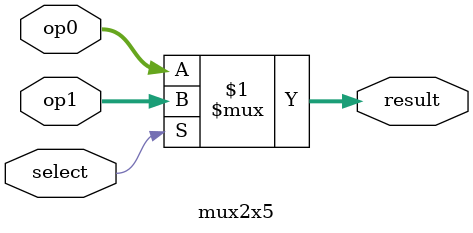
<source format=v>
module mux2x5 (op0, op1, select, result);
input [5:0] op0, op1;
input select;
output [5:0] result;
assign result = select? op1: op0;
endmodule
</source>
